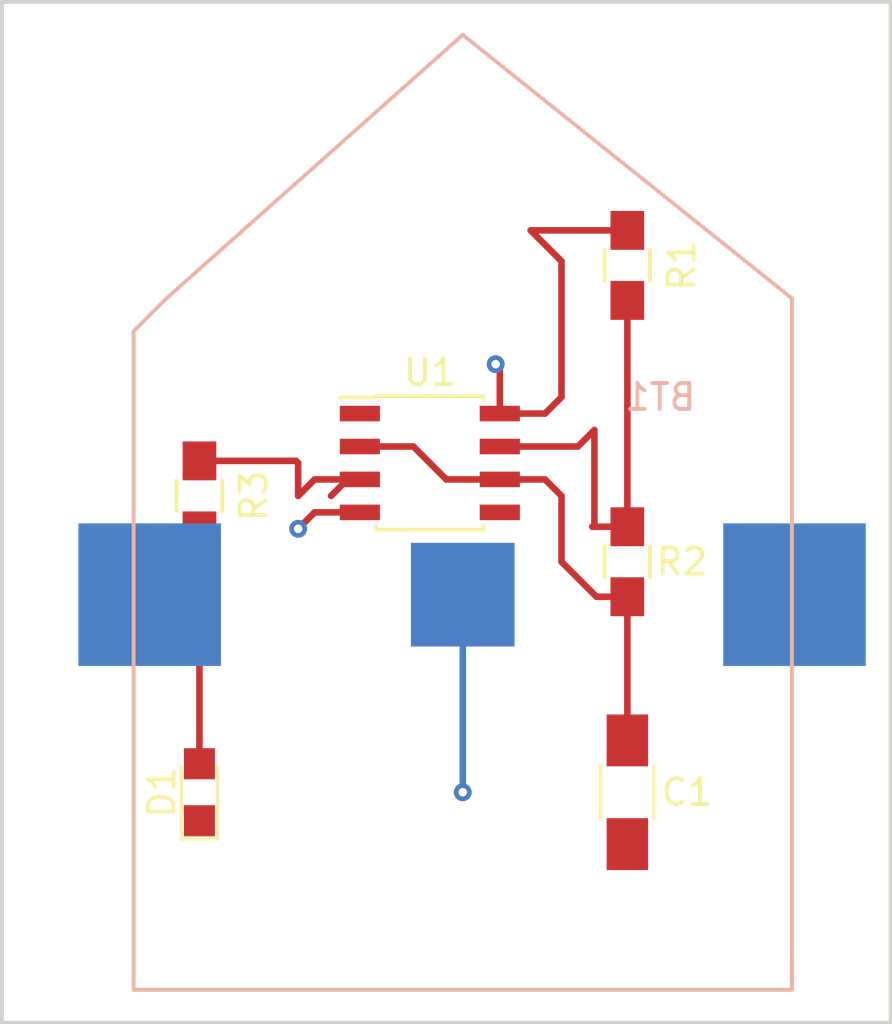
<source format=kicad_pcb>
(kicad_pcb (version 4) (host pcbnew 4.0.5)

  (general
    (links 15)
    (no_connects 7)
    (area 156.134999 67.234999 190.575001 106.755001)
    (thickness 1.6)
    (drawings 4)
    (tracks 38)
    (zones 0)
    (modules 7)
    (nets 7)
  )

  (page A4)
  (layers
    (0 F.Cu signal)
    (31 B.Cu signal)
    (32 B.Adhes user)
    (33 F.Adhes user)
    (34 B.Paste user)
    (35 F.Paste user)
    (36 B.SilkS user)
    (37 F.SilkS user)
    (38 B.Mask user)
    (39 F.Mask user)
    (40 Dwgs.User user)
    (41 Cmts.User user)
    (42 Eco1.User user)
    (43 Eco2.User user)
    (44 Edge.Cuts user)
    (45 Margin user)
    (46 B.CrtYd user)
    (47 F.CrtYd user)
    (48 B.Fab user)
    (49 F.Fab user)
  )

  (setup
    (last_trace_width 0.254)
    (trace_clearance 0.254)
    (zone_clearance 0.508)
    (zone_45_only no)
    (trace_min 0.1524)
    (segment_width 0.2)
    (edge_width 0.15)
    (via_size 0.6858)
    (via_drill 0.3302)
    (via_min_size 0.6858)
    (via_min_drill 0.3302)
    (uvia_size 0.3)
    (uvia_drill 0.1)
    (uvias_allowed no)
    (uvia_min_size 0.01)
    (uvia_min_drill 0.01)
    (pcb_text_width 0.3)
    (pcb_text_size 1.5 1.5)
    (mod_edge_width 0.15)
    (mod_text_size 1 1)
    (mod_text_width 0.15)
    (pad_size 4 4)
    (pad_drill 0)
    (pad_to_mask_clearance 0.2)
    (aux_axis_origin 0 0)
    (visible_elements 7FFFFFFF)
    (pcbplotparams
      (layerselection 0x00030_80000001)
      (usegerberextensions false)
      (excludeedgelayer true)
      (linewidth 0.100000)
      (plotframeref false)
      (viasonmask false)
      (mode 1)
      (useauxorigin false)
      (hpglpennumber 1)
      (hpglpenspeed 20)
      (hpglpendiameter 15)
      (hpglpenoverlay 2)
      (psnegative false)
      (psa4output false)
      (plotreference true)
      (plotvalue true)
      (plotinvisibletext false)
      (padsonsilk false)
      (subtractmaskfromsilk false)
      (outputformat 1)
      (mirror false)
      (drillshape 1)
      (scaleselection 1)
      (outputdirectory ""))
  )

  (net 0 "")
  (net 1 "Net-(C1-Pad1)")
  (net 2 "Net-(R1-Pad2)")
  (net 3 "Net-(R3-Pad1)")
  (net 4 /VDD)
  (net 5 GND)
  (net 6 "Net-(D1-Pad2)")

  (net_class Default "This is the default net class."
    (clearance 0.254)
    (trace_width 0.254)
    (via_dia 0.6858)
    (via_drill 0.3302)
    (uvia_dia 0.3)
    (uvia_drill 0.1)
    (add_net /VDD)
    (add_net GND)
    (add_net "Net-(C1-Pad1)")
    (add_net "Net-(D1-Pad2)")
    (add_net "Net-(R1-Pad2)")
    (add_net "Net-(R3-Pad1)")
  )

  (module Capacitors_SMD:C_1206_HandSoldering (layer F.Cu) (tedit 58AC73F0) (tstamp 589CA2E0)
    (at 180.34 97.79 270)
    (descr "Capacitor SMD 1206, hand soldering")
    (tags "capacitor 1206")
    (path /589368EF)
    (attr smd)
    (fp_text reference C1 (at 0 -2.3 540) (layer F.SilkS)
      (effects (font (size 1 1) (thickness 0.15)))
    )
    (fp_text value C (at 0 2.3 270) (layer F.Fab)
      (effects (font (size 1 1) (thickness 0.15)))
    )
    (fp_line (start -1.6 0.8) (end -1.6 -0.8) (layer F.Fab) (width 0.1))
    (fp_line (start 1.6 0.8) (end -1.6 0.8) (layer F.Fab) (width 0.1))
    (fp_line (start 1.6 -0.8) (end 1.6 0.8) (layer F.Fab) (width 0.1))
    (fp_line (start -1.6 -0.8) (end 1.6 -0.8) (layer F.Fab) (width 0.1))
    (fp_line (start -3.3 -1.15) (end 3.3 -1.15) (layer F.CrtYd) (width 0.05))
    (fp_line (start -3.3 1.15) (end 3.3 1.15) (layer F.CrtYd) (width 0.05))
    (fp_line (start -3.3 -1.15) (end -3.3 1.15) (layer F.CrtYd) (width 0.05))
    (fp_line (start 3.3 -1.15) (end 3.3 1.15) (layer F.CrtYd) (width 0.05))
    (fp_line (start 1 -1.025) (end -1 -1.025) (layer F.SilkS) (width 0.12))
    (fp_line (start -1 1.025) (end 1 1.025) (layer F.SilkS) (width 0.12))
    (pad 1 smd rect (at -2 0 270) (size 2 1.6) (layers F.Cu F.Paste F.Mask)
      (net 1 "Net-(C1-Pad1)"))
    (pad 2 smd rect (at 2 0 270) (size 2 1.6) (layers F.Cu F.Paste F.Mask)
      (net 5 GND))
    (model Capacitors_SMD.3dshapes/C_1206_HandSoldering.wrl
      (at (xyz 0 0 0))
      (scale (xyz 1 1 1))
      (rotate (xyz 0 0 0))
    )
  )

  (module Resistors_SMD:R_0805_HandSoldering (layer F.Cu) (tedit 58307B90) (tstamp 589CA2E6)
    (at 180.34 77.47 270)
    (descr "Resistor SMD 0805, hand soldering")
    (tags "resistor 0805")
    (path /58936721)
    (attr smd)
    (fp_text reference R1 (at 0 -2.1 270) (layer F.SilkS)
      (effects (font (size 1 1) (thickness 0.15)))
    )
    (fp_text value 1K (at 0 2.1 270) (layer F.Fab)
      (effects (font (size 1 1) (thickness 0.15)))
    )
    (fp_line (start -1 0.625) (end -1 -0.625) (layer F.Fab) (width 0.1))
    (fp_line (start 1 0.625) (end -1 0.625) (layer F.Fab) (width 0.1))
    (fp_line (start 1 -0.625) (end 1 0.625) (layer F.Fab) (width 0.1))
    (fp_line (start -1 -0.625) (end 1 -0.625) (layer F.Fab) (width 0.1))
    (fp_line (start -2.4 -1) (end 2.4 -1) (layer F.CrtYd) (width 0.05))
    (fp_line (start -2.4 1) (end 2.4 1) (layer F.CrtYd) (width 0.05))
    (fp_line (start -2.4 -1) (end -2.4 1) (layer F.CrtYd) (width 0.05))
    (fp_line (start 2.4 -1) (end 2.4 1) (layer F.CrtYd) (width 0.05))
    (fp_line (start 0.6 0.875) (end -0.6 0.875) (layer F.SilkS) (width 0.15))
    (fp_line (start -0.6 -0.875) (end 0.6 -0.875) (layer F.SilkS) (width 0.15))
    (pad 1 smd rect (at -1.35 0 270) (size 1.5 1.3) (layers F.Cu F.Paste F.Mask)
      (net 4 /VDD))
    (pad 2 smd rect (at 1.35 0 270) (size 1.5 1.3) (layers F.Cu F.Paste F.Mask)
      (net 2 "Net-(R1-Pad2)"))
    (model Resistors_SMD.3dshapes/R_0805_HandSoldering.wrl
      (at (xyz 0 0 0))
      (scale (xyz 1 1 1))
      (rotate (xyz 0 0 0))
    )
  )

  (module Resistors_SMD:R_0805_HandSoldering (layer F.Cu) (tedit 58AC7401) (tstamp 589CA2EC)
    (at 180.34 88.9 270)
    (descr "Resistor SMD 0805, hand soldering")
    (tags "resistor 0805")
    (path /589368B2)
    (attr smd)
    (fp_text reference R2 (at 0 -2.1 360) (layer F.SilkS)
      (effects (font (size 1 1) (thickness 0.15)))
    )
    (fp_text value 470K (at 0 2.1 270) (layer F.Fab)
      (effects (font (size 1 1) (thickness 0.15)))
    )
    (fp_line (start -1 0.625) (end -1 -0.625) (layer F.Fab) (width 0.1))
    (fp_line (start 1 0.625) (end -1 0.625) (layer F.Fab) (width 0.1))
    (fp_line (start 1 -0.625) (end 1 0.625) (layer F.Fab) (width 0.1))
    (fp_line (start -1 -0.625) (end 1 -0.625) (layer F.Fab) (width 0.1))
    (fp_line (start -2.4 -1) (end 2.4 -1) (layer F.CrtYd) (width 0.05))
    (fp_line (start -2.4 1) (end 2.4 1) (layer F.CrtYd) (width 0.05))
    (fp_line (start -2.4 -1) (end -2.4 1) (layer F.CrtYd) (width 0.05))
    (fp_line (start 2.4 -1) (end 2.4 1) (layer F.CrtYd) (width 0.05))
    (fp_line (start 0.6 0.875) (end -0.6 0.875) (layer F.SilkS) (width 0.15))
    (fp_line (start -0.6 -0.875) (end 0.6 -0.875) (layer F.SilkS) (width 0.15))
    (pad 1 smd rect (at -1.35 0 270) (size 1.5 1.3) (layers F.Cu F.Paste F.Mask)
      (net 2 "Net-(R1-Pad2)"))
    (pad 2 smd rect (at 1.35 0 270) (size 1.5 1.3) (layers F.Cu F.Paste F.Mask)
      (net 1 "Net-(C1-Pad1)"))
    (model Resistors_SMD.3dshapes/R_0805_HandSoldering.wrl
      (at (xyz 0 0 0))
      (scale (xyz 1 1 1))
      (rotate (xyz 0 0 0))
    )
  )

  (module Resistors_SMD:R_0805_HandSoldering (layer F.Cu) (tedit 58307B90) (tstamp 589CA2F2)
    (at 163.83 86.36 270)
    (descr "Resistor SMD 0805, hand soldering")
    (tags "resistor 0805")
    (path /58936968)
    (attr smd)
    (fp_text reference R3 (at 0 -2.1 270) (layer F.SilkS)
      (effects (font (size 1 1) (thickness 0.15)))
    )
    (fp_text value 1K (at 0 2.1 270) (layer F.Fab)
      (effects (font (size 1 1) (thickness 0.15)))
    )
    (fp_line (start -1 0.625) (end -1 -0.625) (layer F.Fab) (width 0.1))
    (fp_line (start 1 0.625) (end -1 0.625) (layer F.Fab) (width 0.1))
    (fp_line (start 1 -0.625) (end 1 0.625) (layer F.Fab) (width 0.1))
    (fp_line (start -1 -0.625) (end 1 -0.625) (layer F.Fab) (width 0.1))
    (fp_line (start -2.4 -1) (end 2.4 -1) (layer F.CrtYd) (width 0.05))
    (fp_line (start -2.4 1) (end 2.4 1) (layer F.CrtYd) (width 0.05))
    (fp_line (start -2.4 -1) (end -2.4 1) (layer F.CrtYd) (width 0.05))
    (fp_line (start 2.4 -1) (end 2.4 1) (layer F.CrtYd) (width 0.05))
    (fp_line (start 0.6 0.875) (end -0.6 0.875) (layer F.SilkS) (width 0.15))
    (fp_line (start -0.6 -0.875) (end 0.6 -0.875) (layer F.SilkS) (width 0.15))
    (pad 1 smd rect (at -1.35 0 270) (size 1.5 1.3) (layers F.Cu F.Paste F.Mask)
      (net 3 "Net-(R3-Pad1)"))
    (pad 2 smd rect (at 1.35 0 270) (size 1.5 1.3) (layers F.Cu F.Paste F.Mask)
      (net 6 "Net-(D1-Pad2)"))
    (model Resistors_SMD.3dshapes/R_0805_HandSoldering.wrl
      (at (xyz 0 0 0))
      (scale (xyz 1 1 1))
      (rotate (xyz 0 0 0))
    )
  )

  (module Housings_SOIC:SOIC-8_3.9x4.9mm_Pitch1.27mm (layer F.Cu) (tedit 54130A77) (tstamp 589CA2FE)
    (at 172.72 85.09)
    (descr "8-Lead Plastic Small Outline (SN) - Narrow, 3.90 mm Body [SOIC] (see Microchip Packaging Specification 00000049BS.pdf)")
    (tags "SOIC 1.27")
    (path /58936602)
    (attr smd)
    (fp_text reference U1 (at 0 -3.5) (layer F.SilkS)
      (effects (font (size 1 1) (thickness 0.15)))
    )
    (fp_text value 7555 (at 0 3.5) (layer F.Fab)
      (effects (font (size 1 1) (thickness 0.15)))
    )
    (fp_line (start -0.95 -2.45) (end 1.95 -2.45) (layer F.Fab) (width 0.15))
    (fp_line (start 1.95 -2.45) (end 1.95 2.45) (layer F.Fab) (width 0.15))
    (fp_line (start 1.95 2.45) (end -1.95 2.45) (layer F.Fab) (width 0.15))
    (fp_line (start -1.95 2.45) (end -1.95 -1.45) (layer F.Fab) (width 0.15))
    (fp_line (start -1.95 -1.45) (end -0.95 -2.45) (layer F.Fab) (width 0.15))
    (fp_line (start -3.75 -2.75) (end -3.75 2.75) (layer F.CrtYd) (width 0.05))
    (fp_line (start 3.75 -2.75) (end 3.75 2.75) (layer F.CrtYd) (width 0.05))
    (fp_line (start -3.75 -2.75) (end 3.75 -2.75) (layer F.CrtYd) (width 0.05))
    (fp_line (start -3.75 2.75) (end 3.75 2.75) (layer F.CrtYd) (width 0.05))
    (fp_line (start -2.075 -2.575) (end -2.075 -2.525) (layer F.SilkS) (width 0.15))
    (fp_line (start 2.075 -2.575) (end 2.075 -2.43) (layer F.SilkS) (width 0.15))
    (fp_line (start 2.075 2.575) (end 2.075 2.43) (layer F.SilkS) (width 0.15))
    (fp_line (start -2.075 2.575) (end -2.075 2.43) (layer F.SilkS) (width 0.15))
    (fp_line (start -2.075 -2.575) (end 2.075 -2.575) (layer F.SilkS) (width 0.15))
    (fp_line (start -2.075 2.575) (end 2.075 2.575) (layer F.SilkS) (width 0.15))
    (fp_line (start -2.075 -2.525) (end -3.475 -2.525) (layer F.SilkS) (width 0.15))
    (pad 1 smd rect (at -2.7 -1.905) (size 1.55 0.6) (layers F.Cu F.Paste F.Mask)
      (net 5 GND))
    (pad 2 smd rect (at -2.7 -0.635) (size 1.55 0.6) (layers F.Cu F.Paste F.Mask)
      (net 1 "Net-(C1-Pad1)"))
    (pad 3 smd rect (at -2.7 0.635) (size 1.55 0.6) (layers F.Cu F.Paste F.Mask)
      (net 3 "Net-(R3-Pad1)"))
    (pad 4 smd rect (at -2.7 1.905) (size 1.55 0.6) (layers F.Cu F.Paste F.Mask)
      (net 4 /VDD))
    (pad 5 smd rect (at 2.7 1.905) (size 1.55 0.6) (layers F.Cu F.Paste F.Mask)
      (net 5 GND))
    (pad 6 smd rect (at 2.7 0.635) (size 1.55 0.6) (layers F.Cu F.Paste F.Mask)
      (net 1 "Net-(C1-Pad1)"))
    (pad 7 smd rect (at 2.7 -0.635) (size 1.55 0.6) (layers F.Cu F.Paste F.Mask)
      (net 2 "Net-(R1-Pad2)"))
    (pad 8 smd rect (at 2.7 -1.905) (size 1.55 0.6) (layers F.Cu F.Paste F.Mask)
      (net 4 /VDD))
    (model Housings_SOIC.3dshapes/SOIC-8_3.9x4.9mm_Pitch1.27mm.wrl
      (at (xyz 0 0 0))
      (scale (xyz 1 1 1))
      (rotate (xyz 0 0 0))
    )
  )

  (module LEDs:LED_0805 (layer F.Cu) (tedit 57FE93EC) (tstamp 58A1DBE4)
    (at 163.83 97.79 90)
    (descr "LED 0805 smd package")
    (tags "LED led 0805 SMD smd SMT smt smdled SMDLED smtled SMTLED")
    (path /5894AA48)
    (attr smd)
    (fp_text reference D1 (at 0 -1.45 90) (layer F.SilkS)
      (effects (font (size 1 1) (thickness 0.15)))
    )
    (fp_text value LED_ALT (at 0 1.55 90) (layer F.Fab)
      (effects (font (size 1 1) (thickness 0.15)))
    )
    (fp_line (start -1.8 -0.7) (end -1.8 0.7) (layer F.SilkS) (width 0.12))
    (fp_line (start -0.4 -0.4) (end -0.4 0.4) (layer F.Fab) (width 0.1))
    (fp_line (start -0.4 0) (end 0.2 -0.4) (layer F.Fab) (width 0.1))
    (fp_line (start 0.2 0.4) (end -0.4 0) (layer F.Fab) (width 0.1))
    (fp_line (start 0.2 -0.4) (end 0.2 0.4) (layer F.Fab) (width 0.1))
    (fp_line (start 1 0.6) (end -1 0.6) (layer F.Fab) (width 0.1))
    (fp_line (start 1 -0.6) (end 1 0.6) (layer F.Fab) (width 0.1))
    (fp_line (start -1 -0.6) (end 1 -0.6) (layer F.Fab) (width 0.1))
    (fp_line (start -1 0.6) (end -1 -0.6) (layer F.Fab) (width 0.1))
    (fp_line (start -1.8 0.7) (end 1 0.7) (layer F.SilkS) (width 0.12))
    (fp_line (start -1.8 -0.7) (end 1 -0.7) (layer F.SilkS) (width 0.12))
    (fp_line (start 1.95 -0.85) (end 1.95 0.85) (layer F.CrtYd) (width 0.05))
    (fp_line (start 1.95 0.85) (end -1.95 0.85) (layer F.CrtYd) (width 0.05))
    (fp_line (start -1.95 0.85) (end -1.95 -0.85) (layer F.CrtYd) (width 0.05))
    (fp_line (start -1.95 -0.85) (end 1.95 -0.85) (layer F.CrtYd) (width 0.05))
    (pad 2 smd rect (at 1.1 0 270) (size 1.2 1.2) (layers F.Cu F.Paste F.Mask)
      (net 6 "Net-(D1-Pad2)"))
    (pad 1 smd rect (at -1.1 0 270) (size 1.2 1.2) (layers F.Cu F.Paste F.Mask)
      (net 5 GND))
    (model LEDs.3dshapes/LED_0805.wrl
      (at (xyz 0 0 0))
      (scale (xyz 1 1 1))
      (rotate (xyz 0 0 180))
    )
  )

  (module GTB:S8211R (layer B.Cu) (tedit 589DEC93) (tstamp 58A33716)
    (at 173.99 90.17)
    (path /5894BCED)
    (fp_text reference BT1 (at 7.62 -7.62) (layer B.SilkS)
      (effects (font (size 1 1) (thickness 0.15)) (justify mirror))
    )
    (fp_text value Battery_Cell (at 0 3.81) (layer B.Fab)
      (effects (font (size 1 1) (thickness 0.15)) (justify mirror))
    )
    (fp_line (start 12.7 13.97) (end 12.7 -11.43) (layer B.SilkS) (width 0.15))
    (fp_line (start 12.7 -11.43) (end 0 -21.59) (layer B.SilkS) (width 0.15))
    (fp_line (start 0 -21.59) (end -11.43 -11.43) (layer B.SilkS) (width 0.15))
    (fp_line (start -11.43 -11.43) (end -12.7 -10.16) (layer B.SilkS) (width 0.15))
    (fp_line (start -12.7 -10.16) (end -12.7 15.24) (layer B.SilkS) (width 0.15))
    (fp_line (start -12.7 15.24) (end 12.7 15.24) (layer B.SilkS) (width 0.15))
    (fp_line (start 12.7 15.24) (end 12.7 13.97) (layer B.SilkS) (width 0.15))
    (fp_line (start 12.7 13.97) (end 12.7 15.24) (layer B.SilkS) (width 0.15))
    (pad 2 smd rect (at 0 0) (size 4 4) (layers B.Cu B.Paste B.Mask)
      (net 5 GND))
    (pad 1 smd rect (at -12.08 0) (size 5.5 5.5) (layers B.Cu B.Paste B.Mask)
      (net 4 /VDD))
    (pad 1 smd rect (at 12.8 0) (size 5.5 5.5) (layers B.Cu B.Paste B.Mask)
      (net 4 /VDD))
  )

  (gr_line (start 156.21 106.68) (end 156.21 67.31) (angle 90) (layer Edge.Cuts) (width 0.15))
  (gr_line (start 190.5 106.68) (end 156.21 106.68) (angle 90) (layer Edge.Cuts) (width 0.15))
  (gr_line (start 190.5 67.31) (end 190.5 106.68) (angle 90) (layer Edge.Cuts) (width 0.15))
  (gr_line (start 156.21 67.31) (end 190.5 67.31) (angle 90) (layer Edge.Cuts) (width 0.15))

  (segment (start 177.165 85.725) (end 175.42 85.725) (width 0.254) (layer F.Cu) (net 1) (tstamp 58AC71B2))
  (segment (start 177.8 86.36) (end 177.165 85.725) (width 0.254) (layer F.Cu) (net 1) (tstamp 58AC71AF))
  (segment (start 177.8 88.9) (end 177.8 86.36) (width 0.254) (layer F.Cu) (net 1) (tstamp 58AC71AC))
  (segment (start 179.15 90.25) (end 177.8 88.9) (width 0.254) (layer F.Cu) (net 1) (tstamp 58AC71AA))
  (segment (start 180.34 90.25) (end 179.15 90.25) (width 0.254) (layer F.Cu) (net 1))
  (segment (start 173.355 85.725) (end 175.42 85.725) (width 0.254) (layer F.Cu) (net 1) (tstamp 58AC719F))
  (segment (start 172.085 84.455) (end 173.355 85.725) (width 0.254) (layer F.Cu) (net 1) (tstamp 58AC719A))
  (segment (start 170.02 84.455) (end 172.085 84.455) (width 0.254) (layer F.Cu) (net 1))
  (segment (start 180.34 90.25) (end 180.34 95.79) (width 0.254) (layer F.Cu) (net 1))
  (segment (start 180.34 87.55) (end 178.99 87.55) (width 0.254) (layer F.Cu) (net 2))
  (segment (start 178.435 84.455) (end 175.42 84.455) (width 0.254) (layer F.Cu) (net 2) (tstamp 58A33564))
  (segment (start 179.07 83.82) (end 178.435 84.455) (width 0.254) (layer F.Cu) (net 2) (tstamp 58A33563))
  (segment (start 179.07 87.47) (end 179.07 83.82) (width 0.254) (layer F.Cu) (net 2) (tstamp 58A33561))
  (segment (start 178.99 87.55) (end 179.07 87.47) (width 0.254) (layer F.Cu) (net 2) (tstamp 58A33559))
  (segment (start 180.34 78.82) (end 180.34 87.55) (width 0.254) (layer F.Cu) (net 2))
  (segment (start 169.545 85.725) (end 168.91 86.36) (width 0.254) (layer F.Cu) (net 3) (tstamp 58A337B4))
  (segment (start 170.02 85.725) (end 169.545 85.725) (width 0.254) (layer F.Cu) (net 3))
  (segment (start 168.275 85.725) (end 170.02 85.725) (width 0.254) (layer F.Cu) (net 3) (tstamp 58A337B1))
  (segment (start 167.64 86.36) (end 168.275 85.725) (width 0.254) (layer F.Cu) (net 3) (tstamp 58A337B0))
  (segment (start 167.64 85.09) (end 167.64 86.36) (width 0.254) (layer F.Cu) (net 3) (tstamp 58A337AF))
  (segment (start 167.56 85.01) (end 167.64 85.09) (width 0.254) (layer F.Cu) (net 3) (tstamp 58A337AE))
  (segment (start 163.83 85.01) (end 167.56 85.01) (width 0.254) (layer F.Cu) (net 3))
  (via (at 167.64 87.63) (size 0.6858) (drill 0.3302) (layers F.Cu B.Cu) (net 4))
  (segment (start 168.275 86.995) (end 167.64 87.63) (width 0.254) (layer F.Cu) (net 4) (tstamp 58AC7188))
  (segment (start 170.02 86.995) (end 168.275 86.995) (width 0.254) (layer F.Cu) (net 4))
  (via (at 175.26 81.28) (size 0.6858) (drill 0.3302) (layers F.Cu B.Cu) (net 4))
  (segment (start 175.42 81.44) (end 175.26 81.28) (width 0.254) (layer F.Cu) (net 4) (tstamp 58AC7179))
  (segment (start 175.42 83.185) (end 175.42 81.44) (width 0.254) (layer F.Cu) (net 4))
  (segment (start 177.8 80.805) (end 177.8 82.55) (width 0.254) (layer F.Cu) (net 4))
  (segment (start 176.61 76.12) (end 177.8 77.31) (width 0.254) (layer F.Cu) (net 4) (tstamp 58A33658))
  (segment (start 177.8 77.31) (end 177.8 80.805) (width 0.254) (layer F.Cu) (net 4) (tstamp 58A3365B))
  (segment (start 180.34 76.12) (end 176.61 76.12) (width 0.254) (layer F.Cu) (net 4))
  (segment (start 177.165 83.185) (end 175.42 83.185) (width 0.254) (layer F.Cu) (net 4) (tstamp 58A33677))
  (segment (start 177.8 82.55) (end 177.165 83.185) (width 0.254) (layer F.Cu) (net 4) (tstamp 58A33674))
  (segment (start 180.26 76.2) (end 180.34 76.12) (width 0.254) (layer F.Cu) (net 4) (tstamp 58A33534))
  (segment (start 173.99 90.17) (end 173.99 97.79) (width 0.254) (layer B.Cu) (net 5) (status 400010))
  (via (at 173.99 97.79) (size 0.6858) (drill 0.3302) (layers F.Cu B.Cu) (net 5))
  (segment (start 163.83 87.71) (end 163.83 96.69) (width 0.254) (layer F.Cu) (net 6) (status 10))

  (zone (net 5) (net_name GND) (layer F.Cu) (tstamp 58A3390A) (hatch edge 0.508)
    (connect_pads (clearance 0.508))
    (min_thickness 0.254)
    (fill (arc_segments 16) (thermal_gap 0.508) (thermal_bridge_width 0.508))
    (polygon
      (pts
        (xy 190.5 106.68) (xy 156.21 106.68) (xy 156.21 67.31) (xy 190.5 67.31)
      )
    )
  )
  (zone (net 4) (net_name /VDD) (layer B.Cu) (tstamp 58AC6CD6) (hatch edge 0.508)
    (connect_pads (clearance 0.508))
    (min_thickness 0.254)
    (fill (arc_segments 16) (thermal_gap 0.508) (thermal_bridge_width 0.508))
    (polygon
      (pts
        (xy 190.5 106.68) (xy 156.21 106.68) (xy 156.21 67.31) (xy 190.5 67.31)
      )
    )
  )
)

</source>
